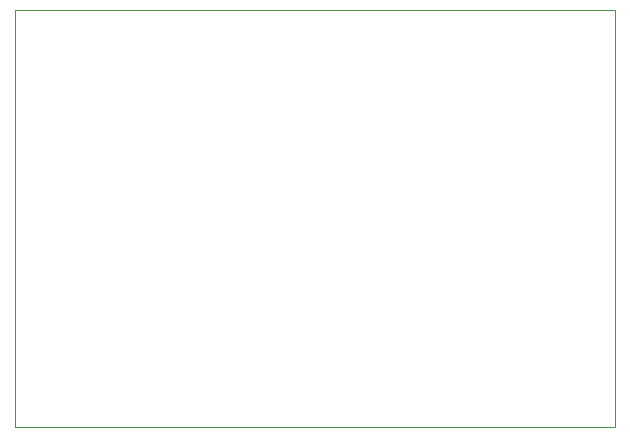
<source format=gko>
G75*
%MOIN*%
%OFA0B0*%
%FSLAX25Y25*%
%IPPOS*%
%LPD*%
%AMOC8*
5,1,8,0,0,1.08239X$1,22.5*
%
%ADD10C,0.00000*%
D10*
X0001000Y0001000D02*
X0001000Y0139701D01*
X0200921Y0139701D01*
X0200921Y0001000D01*
X0001000Y0001000D01*
M02*

</source>
